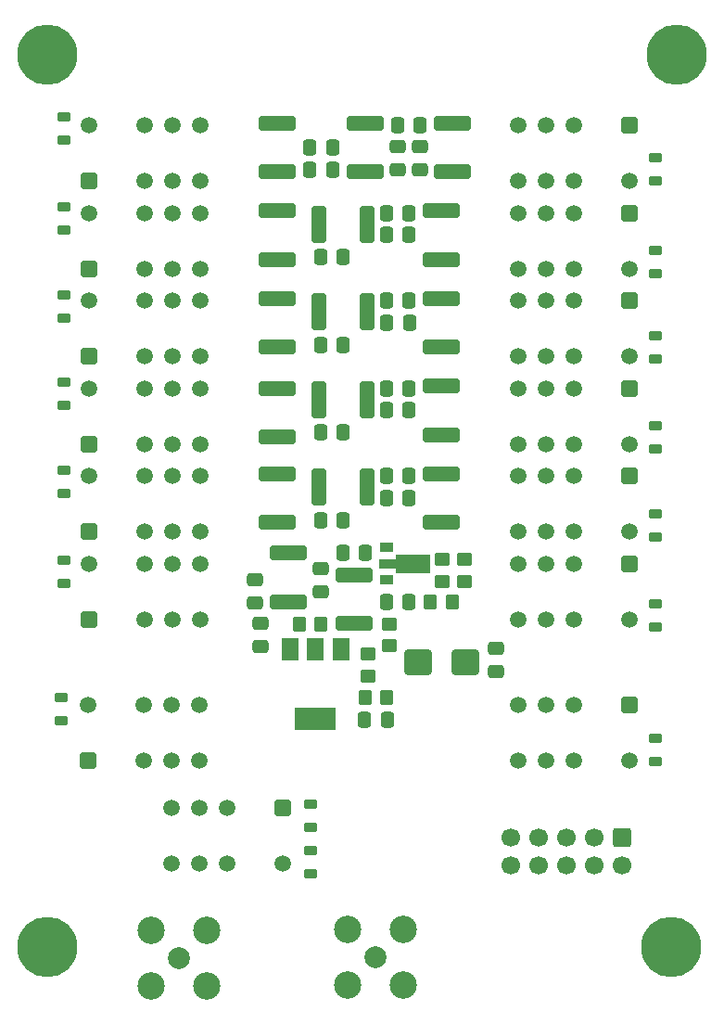
<source format=gts>
G04 #@! TF.GenerationSoftware,KiCad,Pcbnew,7.0.1*
G04 #@! TF.CreationDate,2023-04-17T14:19:34+02:00*
G04 #@! TF.ProjectId,Dual_BPF,4475616c-5f42-4504-962e-6b696361645f,rev?*
G04 #@! TF.SameCoordinates,Original*
G04 #@! TF.FileFunction,Soldermask,Top*
G04 #@! TF.FilePolarity,Negative*
%FSLAX46Y46*%
G04 Gerber Fmt 4.6, Leading zero omitted, Abs format (unit mm)*
G04 Created by KiCad (PCBNEW 7.0.1) date 2023-04-17 14:19:34*
%MOMM*%
%LPD*%
G01*
G04 APERTURE LIST*
G04 Aperture macros list*
%AMRoundRect*
0 Rectangle with rounded corners*
0 $1 Rounding radius*
0 $2 $3 $4 $5 $6 $7 $8 $9 X,Y pos of 4 corners*
0 Add a 4 corners polygon primitive as box body*
4,1,4,$2,$3,$4,$5,$6,$7,$8,$9,$2,$3,0*
0 Add four circle primitives for the rounded corners*
1,1,$1+$1,$2,$3*
1,1,$1+$1,$4,$5*
1,1,$1+$1,$6,$7*
1,1,$1+$1,$8,$9*
0 Add four rect primitives between the rounded corners*
20,1,$1+$1,$2,$3,$4,$5,0*
20,1,$1+$1,$4,$5,$6,$7,0*
20,1,$1+$1,$6,$7,$8,$9,0*
20,1,$1+$1,$8,$9,$2,$3,0*%
%AMFreePoly0*
4,1,9,3.862500,-0.866500,0.737500,-0.866500,0.737500,-0.450000,-0.737500,-0.450000,-0.737500,0.450000,0.737500,0.450000,0.737500,0.866500,3.862500,0.866500,3.862500,-0.866500,3.862500,-0.866500,$1*%
G04 Aperture macros list end*
%ADD10RoundRect,0.250500X-0.499500X0.499500X-0.499500X-0.499500X0.499500X-0.499500X0.499500X0.499500X0*%
%ADD11C,1.500000*%
%ADD12RoundRect,0.250000X-0.475000X0.337500X-0.475000X-0.337500X0.475000X-0.337500X0.475000X0.337500X0*%
%ADD13RoundRect,0.250000X-0.337500X-0.475000X0.337500X-0.475000X0.337500X0.475000X-0.337500X0.475000X0*%
%ADD14RoundRect,0.250000X1.450000X-0.400000X1.450000X0.400000X-1.450000X0.400000X-1.450000X-0.400000X0*%
%ADD15RoundRect,0.250000X-0.450000X0.350000X-0.450000X-0.350000X0.450000X-0.350000X0.450000X0.350000X0*%
%ADD16RoundRect,0.250000X0.475000X-0.337500X0.475000X0.337500X-0.475000X0.337500X-0.475000X-0.337500X0*%
%ADD17RoundRect,0.218750X-0.381250X0.218750X-0.381250X-0.218750X0.381250X-0.218750X0.381250X0.218750X0*%
%ADD18RoundRect,0.250000X-0.400000X-1.450000X0.400000X-1.450000X0.400000X1.450000X-0.400000X1.450000X0*%
%ADD19C,1.998980*%
%ADD20C,2.499360*%
%ADD21RoundRect,0.250500X0.499500X-0.499500X0.499500X0.499500X-0.499500X0.499500X-0.499500X-0.499500X0*%
%ADD22RoundRect,0.250000X0.450000X-0.350000X0.450000X0.350000X-0.450000X0.350000X-0.450000X-0.350000X0*%
%ADD23RoundRect,0.250000X0.337500X0.475000X-0.337500X0.475000X-0.337500X-0.475000X0.337500X-0.475000X0*%
%ADD24C,5.500000*%
%ADD25RoundRect,0.250000X0.350000X0.450000X-0.350000X0.450000X-0.350000X-0.450000X0.350000X-0.450000X0*%
%ADD26RoundRect,0.250000X-1.450000X0.400000X-1.450000X-0.400000X1.450000X-0.400000X1.450000X0.400000X0*%
%ADD27RoundRect,0.250000X-0.350000X-0.450000X0.350000X-0.450000X0.350000X0.450000X-0.350000X0.450000X0*%
%ADD28RoundRect,0.250000X-0.600000X0.600000X-0.600000X-0.600000X0.600000X-0.600000X0.600000X0.600000X0*%
%ADD29C,1.700000*%
%ADD30R,1.500000X2.000000*%
%ADD31R,3.800000X2.000000*%
%ADD32RoundRect,0.218750X0.381250X-0.218750X0.381250X0.218750X-0.381250X0.218750X-0.381250X-0.218750X0*%
%ADD33RoundRect,0.250000X1.000000X0.900000X-1.000000X0.900000X-1.000000X-0.900000X1.000000X-0.900000X0*%
%ADD34R,1.300000X0.900000*%
%ADD35FreePoly0,0.000000*%
G04 APERTURE END LIST*
D10*
X95660000Y-78000000D03*
D11*
X90580000Y-78000000D03*
X88040000Y-78000000D03*
X85500000Y-78000000D03*
X85500000Y-83080000D03*
X88040000Y-83080000D03*
X90580000Y-83080000D03*
X95660000Y-83080000D03*
D10*
X95660000Y-90920000D03*
D11*
X90580000Y-90920000D03*
X88040000Y-90920000D03*
X85500000Y-90920000D03*
X85500000Y-96000000D03*
X88040000Y-96000000D03*
X90580000Y-96000000D03*
X95660000Y-96000000D03*
D12*
X74500000Y-39962500D03*
X74500000Y-42037500D03*
D13*
X67462500Y-50000000D03*
X69537500Y-50000000D03*
D14*
X63500000Y-74225000D03*
X63500000Y-69775000D03*
D13*
X73462500Y-64000000D03*
X75537500Y-64000000D03*
D15*
X80600000Y-77600000D03*
X80600000Y-79600000D03*
D16*
X83500000Y-87825000D03*
X83500000Y-85750000D03*
D17*
X44000000Y-37187500D03*
X44000000Y-39312500D03*
X44000000Y-77687500D03*
X44000000Y-79812500D03*
D10*
X95660000Y-62000000D03*
D11*
X90580000Y-62000000D03*
X88040000Y-62000000D03*
X85500000Y-62000000D03*
X85500000Y-67080000D03*
X88040000Y-67080000D03*
X90580000Y-67080000D03*
X95660000Y-67080000D03*
D18*
X67275000Y-55000000D03*
X71725000Y-55000000D03*
D14*
X64500000Y-81475000D03*
X64500000Y-77025000D03*
D19*
X54500000Y-114000000D03*
D20*
X51960000Y-111460000D03*
X51960000Y-116540000D03*
X57040000Y-111460000D03*
X57040000Y-116540000D03*
D21*
X46340000Y-59080000D03*
D11*
X51420000Y-59080000D03*
X53960000Y-59080000D03*
X56500000Y-59080000D03*
X56500000Y-54000000D03*
X53960000Y-54000000D03*
X51420000Y-54000000D03*
X46340000Y-54000000D03*
D22*
X73750000Y-85500000D03*
X73750000Y-83500000D03*
D10*
X64000000Y-100250000D03*
D11*
X58920000Y-100250000D03*
X56380000Y-100250000D03*
X53840000Y-100250000D03*
X53840000Y-105330000D03*
X56380000Y-105330000D03*
X58920000Y-105330000D03*
X64000000Y-105330000D03*
D10*
X95660000Y-38000000D03*
D11*
X90580000Y-38000000D03*
X88040000Y-38000000D03*
X85500000Y-38000000D03*
X85500000Y-43080000D03*
X88040000Y-43080000D03*
X90580000Y-43080000D03*
X95660000Y-43080000D03*
D13*
X67462500Y-66000000D03*
X69537500Y-66000000D03*
D23*
X75537500Y-70000000D03*
X73462500Y-70000000D03*
D24*
X99500000Y-113000000D03*
D17*
X98000000Y-93937500D03*
X98000000Y-96062500D03*
D13*
X67462500Y-58000000D03*
X69537500Y-58000000D03*
D18*
X67275000Y-47000000D03*
X71725000Y-47000000D03*
D12*
X67500000Y-78462500D03*
X67500000Y-80537500D03*
X62000000Y-83462500D03*
X62000000Y-85537500D03*
D17*
X98000000Y-57187500D03*
X98000000Y-59312500D03*
D24*
X100000000Y-31500000D03*
D14*
X63500000Y-42225000D03*
X63500000Y-37775000D03*
X63500000Y-58225000D03*
X63500000Y-53775000D03*
D21*
X46340000Y-83080000D03*
D11*
X51420000Y-83080000D03*
X53960000Y-83080000D03*
X56500000Y-83080000D03*
X56500000Y-78000000D03*
X53960000Y-78000000D03*
X51420000Y-78000000D03*
X46340000Y-78000000D03*
D25*
X79500000Y-81500000D03*
X77500000Y-81500000D03*
D23*
X75537500Y-62000000D03*
X73462500Y-62000000D03*
D18*
X67275000Y-71000000D03*
X71725000Y-71000000D03*
X67275000Y-63000000D03*
X71725000Y-63000000D03*
D23*
X71537500Y-77000000D03*
X69462500Y-77000000D03*
D17*
X98000000Y-73437500D03*
X98000000Y-75562500D03*
D26*
X78500000Y-45775000D03*
X78500000Y-50225000D03*
D14*
X63500000Y-50225000D03*
X63500000Y-45775000D03*
D24*
X42500000Y-31500000D03*
D13*
X67462500Y-74000000D03*
X69537500Y-74000000D03*
D26*
X78500000Y-53775000D03*
X78500000Y-58225000D03*
D23*
X76537500Y-38000000D03*
X74462500Y-38000000D03*
D17*
X44000000Y-53437500D03*
X44000000Y-55562500D03*
D24*
X42500000Y-113000000D03*
D14*
X79500000Y-42225000D03*
X79500000Y-37775000D03*
D27*
X65500000Y-83500000D03*
X67500000Y-83500000D03*
D14*
X63500000Y-66450000D03*
X63500000Y-62000000D03*
D28*
X95000000Y-103000000D03*
D29*
X95000000Y-105540000D03*
X92460000Y-103000000D03*
X92460000Y-105540000D03*
X89920000Y-103000000D03*
X89920000Y-105540000D03*
X87380000Y-103000000D03*
X87380000Y-105540000D03*
X84840000Y-103000000D03*
X84840000Y-105540000D03*
D19*
X72460000Y-113960000D03*
D20*
X69920000Y-111420000D03*
X69920000Y-116500000D03*
X75000000Y-111420000D03*
X75000000Y-116500000D03*
D22*
X78600000Y-79600000D03*
X78600000Y-77600000D03*
D17*
X98000000Y-65437500D03*
X98000000Y-67562500D03*
D13*
X73500000Y-56000000D03*
X75575000Y-56000000D03*
D16*
X61500000Y-81537500D03*
X61500000Y-79462500D03*
D23*
X73537500Y-92250000D03*
X71462500Y-92250000D03*
D26*
X78500000Y-69775000D03*
X78500000Y-74225000D03*
D27*
X71500000Y-90250000D03*
X73500000Y-90250000D03*
D10*
X95660000Y-70000000D03*
D11*
X90580000Y-70000000D03*
X88040000Y-70000000D03*
X85500000Y-70000000D03*
X85500000Y-75080000D03*
X88040000Y-75080000D03*
X90580000Y-75080000D03*
X95660000Y-75080000D03*
D23*
X75537500Y-81500000D03*
X73462500Y-81500000D03*
D26*
X78500000Y-61775000D03*
X78500000Y-66225000D03*
D17*
X44000000Y-45437500D03*
X44000000Y-47562500D03*
D26*
X70500000Y-79025000D03*
X70500000Y-83475000D03*
D17*
X98000000Y-40937500D03*
X98000000Y-43062500D03*
X98000000Y-49375000D03*
X98000000Y-51500000D03*
X98000000Y-81687500D03*
X98000000Y-83812500D03*
D30*
X69300000Y-85850000D03*
X67000000Y-85850000D03*
D31*
X67000000Y-92150000D03*
D30*
X64700000Y-85850000D03*
D21*
X46340000Y-67080000D03*
D11*
X51420000Y-67080000D03*
X53960000Y-67080000D03*
X56500000Y-67080000D03*
X56500000Y-62000000D03*
X53960000Y-62000000D03*
X51420000Y-62000000D03*
X46340000Y-62000000D03*
D17*
X44000000Y-69437500D03*
X44000000Y-71562500D03*
D14*
X71500000Y-42225000D03*
X71500000Y-37775000D03*
D32*
X66500000Y-106312500D03*
X66500000Y-104187500D03*
D22*
X71750000Y-88250000D03*
X71750000Y-86250000D03*
D33*
X80650000Y-87000000D03*
X76350000Y-87000000D03*
D13*
X73462500Y-48000000D03*
X75537500Y-48000000D03*
D10*
X95660000Y-54000000D03*
D11*
X90580000Y-54000000D03*
X88040000Y-54000000D03*
X85500000Y-54000000D03*
X85500000Y-59080000D03*
X88040000Y-59080000D03*
X90580000Y-59080000D03*
X95660000Y-59080000D03*
D13*
X66462500Y-40000000D03*
X68537500Y-40000000D03*
D21*
X46340000Y-43080000D03*
D11*
X51420000Y-43080000D03*
X53960000Y-43080000D03*
X56500000Y-43080000D03*
X56500000Y-38000000D03*
X53960000Y-38000000D03*
X51420000Y-38000000D03*
X46340000Y-38000000D03*
D21*
X46340000Y-51080000D03*
D11*
X51420000Y-51080000D03*
X53960000Y-51080000D03*
X56500000Y-51080000D03*
X56500000Y-46000000D03*
X53960000Y-46000000D03*
X51420000Y-46000000D03*
X46340000Y-46000000D03*
D10*
X95660000Y-46000000D03*
D11*
X90580000Y-46000000D03*
X88040000Y-46000000D03*
X85500000Y-46000000D03*
X85500000Y-51080000D03*
X88040000Y-51080000D03*
X90580000Y-51080000D03*
X95660000Y-51080000D03*
D13*
X66462500Y-42000000D03*
X68537500Y-42000000D03*
D17*
X44000000Y-61437500D03*
X44000000Y-63562500D03*
D21*
X46340000Y-75080000D03*
D11*
X51420000Y-75080000D03*
X53960000Y-75080000D03*
X56500000Y-75080000D03*
X56500000Y-70000000D03*
X53960000Y-70000000D03*
X51420000Y-70000000D03*
X46340000Y-70000000D03*
D32*
X66500000Y-102062500D03*
X66500000Y-99937500D03*
D16*
X76500000Y-42037500D03*
X76500000Y-39962500D03*
D13*
X73462500Y-72000000D03*
X75537500Y-72000000D03*
D21*
X46222500Y-95967500D03*
D11*
X51302500Y-95967500D03*
X53842500Y-95967500D03*
X56382500Y-95967500D03*
X56382500Y-90887500D03*
X53842500Y-90887500D03*
X51302500Y-90887500D03*
X46222500Y-90887500D03*
D17*
X43750000Y-90187500D03*
X43750000Y-92312500D03*
D23*
X75537500Y-46000000D03*
X73462500Y-46000000D03*
X75537500Y-54000000D03*
X73462500Y-54000000D03*
D34*
X73450000Y-76500000D03*
D35*
X73537500Y-78000000D03*
D34*
X73450000Y-79500000D03*
M02*

</source>
